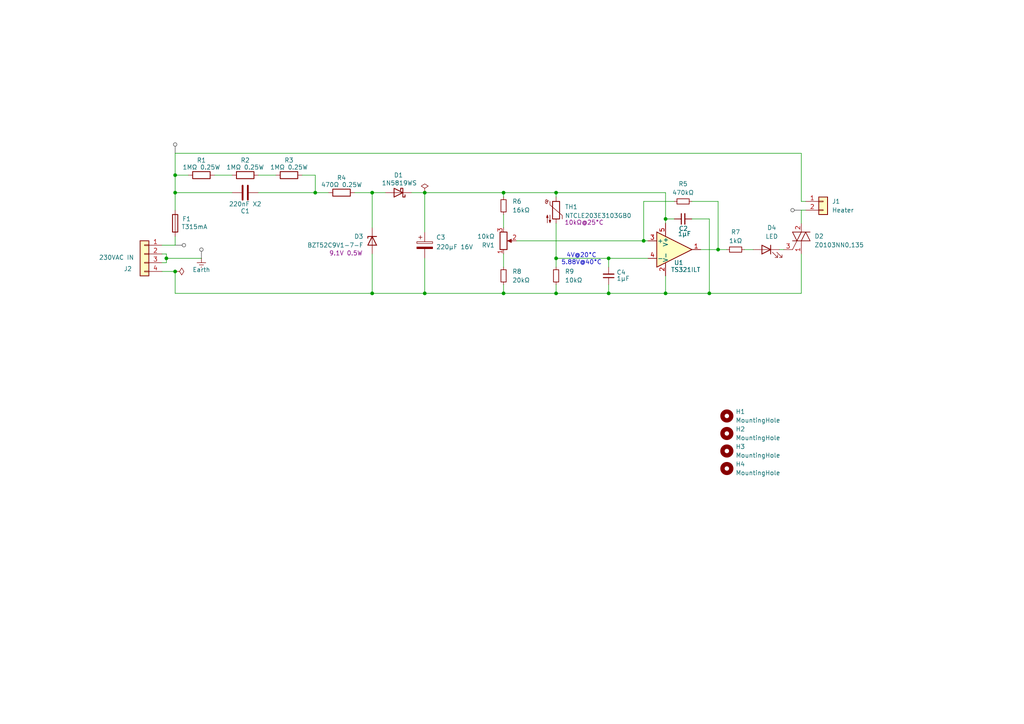
<source format=kicad_sch>
(kicad_sch (version 20231120) (generator "eeschema") (generator_version "8.0")
  (paper "A4")
  (lib_symbols
    (symbol "Connector_Generic:Conn_01x02" (pin_names (offset 1.016) hide)
      (property "Reference" "J" (at 0 2.54 0))
      (property "Value" "Conn_01x02" (at 0 -5.08 0))
      (symbol "Conn_01x02_1_1"
        (rectangle (start -1.27 -2.413) (end 0 -2.667) (stroke (width 0.1524)))
        (rectangle (start -1.27 0.127) (end 0 -0.127) (stroke (width 0.1524)))
        (rectangle (start -1.27 1.27) (end 1.27 -3.81) (stroke (width 0.254)) (fill (type background)))
        (pin passive line (at -5.08 0 0) (length 3.81) (name "Pin_1") (number "1"))
        (pin passive line (at -5.08 -2.54 0) (length 3.81) (name "Pin_2") (number "2"))
      )
    )
    (symbol "Connector_Generic:Conn_01x04" (pin_names (offset 1.016) hide)
      (property "Reference" "J" (at 0 5.08 0))
      (property "Value" "Conn_01x04" (at 0 -7.62 0))
      (symbol "Conn_01x04_1_1"
        (rectangle (start -1.27 -4.953) (end 0 -5.207) (stroke (width 0.1524)))
        (rectangle (start -1.27 -2.413) (end 0 -2.667) (stroke (width 0.1524)))
        (rectangle (start -1.27 0.127) (end 0 -0.127) (stroke (width 0.1524)))
        (rectangle (start -1.27 2.667) (end 0 2.413) (stroke (width 0.1524)))
        (rectangle (start -1.27 3.81) (end 1.27 -6.35) (stroke (width 0.254)) (fill (type background)))
        (pin passive line (at -5.08 2.54 0) (length 3.81) (name "Pin_1") (number "1"))
        (pin passive line (at -5.08 0 0) (length 3.81) (name "Pin_2") (number "2"))
        (pin passive line (at -5.08 -2.54 0) (length 3.81) (name "Pin_3") (number "3"))
        (pin passive line (at -5.08 -5.08 0) (length 3.81) (name "Pin_4") (number "4"))
      )
    )
    (symbol "Device:C" (pin_numbers hide) (pin_names (offset 0.254))
      (property "Reference" "C" (at 0.635 2.54 0))
      (property "Value" "C" (at 0.635 -2.54 0))
      (symbol "C_0_1"
        (polyline (pts (xy -2.032 -0.762) (xy 2.032 -0.762)) (stroke (width 0.508)))
        (polyline (pts (xy -2.032 0.762) (xy 2.032 0.762)) (stroke (width 0.508)))
      )
      (symbol "C_1_1"
        (pin passive line (at 0 3.81 270) (length 2.794) (name "~") (number "1"))
        (pin passive line (at 0 -3.81 90) (length 2.794) (name "~") (number "2"))
      )
    )
    (symbol "Device:C_Polarized" (pin_numbers hide) (pin_names (offset 0.254))
      (property "Reference" "C" (at 0.635 2.54 0))
      (property "Value" "C_Polarized" (at 0.635 -2.54 0))
      (symbol "C_Polarized_0_1"
        (rectangle (start -2.286 0.508) (end 2.286 1.016))
        (polyline (pts (xy -1.778 2.286) (xy -0.762 2.286)))
        (polyline (pts (xy -1.27 2.794) (xy -1.27 1.778)))
        (rectangle (start 2.286 -0.508) (end -2.286 -1.016) (fill (type outline)))
      )
      (symbol "C_Polarized_1_1"
        (pin passive line (at 0 3.81 270) (length 2.794) (name "~") (number "1"))
        (pin passive line (at 0 -3.81 90) (length 2.794) (name "~") (number "2"))
      )
    )
    (symbol "Device:C_Small" (pin_numbers hide) (pin_names (offset 0.254) hide)
      (property "Reference" "C" (at 0.254 1.778 0))
      (property "Value" "C_Small" (at 0.254 -2.032 0))
      (symbol "C_Small_0_1"
        (polyline (pts (xy -1.524 -0.508) (xy 1.524 -0.508)) (stroke (width 0.3302)))
        (polyline (pts (xy -1.524 0.508) (xy 1.524 0.508)) (stroke (width 0.3048)))
      )
      (symbol "C_Small_1_1"
        (pin passive line (at 0 2.54 270) (length 2.032) (name "~") (number "1"))
        (pin passive line (at 0 -2.54 90) (length 2.032) (name "~") (number "2"))
      )
    )
    (symbol "Device:D_Zener" (pin_numbers hide) (pin_names (offset 1.016) hide)
      (property "Reference" "D" (at 0 2.54 0))
      (property "Value" "D_Zener" (at 0 -2.54 0))
      (symbol "D_Zener_0_1"
        (polyline (pts (xy 1.27 0) (xy -1.27 0)))
        (polyline (pts (xy -1.27 -1.27) (xy -1.27 1.27) (xy -0.762 1.27)) (stroke (width 0.254)))
        (polyline (pts (xy 1.27 -1.27) (xy 1.27 1.27) (xy -1.27 0) (xy 1.27 -1.27)) (stroke (width 0.254)))
      )
      (symbol "D_Zener_1_1"
        (pin passive line (at -3.81 0 0) (length 2.54) (name "K") (number "1"))
        (pin passive line (at 3.81 0 180) (length 2.54) (name "A") (number "2"))
      )
    )
    (symbol "Device:Fuse" (pin_numbers hide) (pin_names (offset 0))
      (property "Reference" "F" (at 2.032 0 90))
      (property "Value" "Fuse" (at -1.905 0 90))
      (symbol "Fuse_0_1"
        (rectangle (start -0.762 -2.54) (end 0.762 2.54) (stroke (width 0.254)))
        (polyline (pts (xy 0 2.54) (xy 0 -2.54)))
      )
      (symbol "Fuse_1_1"
        (pin passive line (at 0 3.81 270) (length 1.27) (name "~") (number "1"))
        (pin passive line (at 0 -3.81 90) (length 1.27) (name "~") (number "2"))
      )
    )
    (symbol "Device:LED" (pin_numbers hide) (pin_names (offset 1.016) hide)
      (property "Reference" "D" (at 0 2.54 0))
      (property "Value" "LED" (at 0 -2.54 0))
      (symbol "LED_0_1"
        (polyline (pts (xy -1.27 -1.27) (xy -1.27 1.27)) (stroke (width 0.254)))
        (polyline (pts (xy -1.27 0) (xy 1.27 0)))
        (polyline (pts (xy 1.27 -1.27) (xy 1.27 1.27) (xy -1.27 0) (xy 1.27 -1.27)) (stroke (width 0.254)))
        (polyline (pts (xy -3.048 -0.762) (xy -4.572 -2.286) (xy -3.81 -2.286) (xy -4.572 -2.286) (xy -4.572 -1.524)))
        (polyline (pts (xy -1.778 -0.762) (xy -3.302 -2.286) (xy -2.54 -2.286) (xy -3.302 -2.286) (xy -3.302 -1.524)))
      )
      (symbol "LED_1_1"
        (pin passive line (at -3.81 0 0) (length 2.54) (name "K") (number "1"))
        (pin passive line (at 3.81 0 180) (length 2.54) (name "A") (number "2"))
      )
    )
    (symbol "Device:R" (pin_numbers hide) (pin_names (offset 0))
      (property "Reference" "R" (at 2.032 0 90))
      (property "Value" "R" (at 0 0 90))
      (symbol "R_0_1"
        (rectangle (start -1.016 -2.54) (end 1.016 2.54) (stroke (width 0.254)))
      )
      (symbol "R_1_1"
        (pin passive line (at 0 3.81 270) (length 1.27) (name "~") (number "1"))
        (pin passive line (at 0 -3.81 90) (length 1.27) (name "~") (number "2"))
      )
    )
    (symbol "Device:R_Potentiometer" (pin_names (offset 1.016) hide)
      (property "Reference" "RV" (at -4.445 0 90))
      (property "Value" "R_Potentiometer" (at -2.54 0 90))
      (symbol "R_Potentiometer_0_1"
        (polyline (pts (xy 2.54 0) (xy 1.524 0)))
        (polyline (pts (xy 1.143 0) (xy 2.286 0.508) (xy 2.286 -0.508) (xy 1.143 0)) (fill (type outline)))
        (rectangle (start 1.016 2.54) (end -1.016 -2.54) (stroke (width 0.254)))
      )
      (symbol "R_Potentiometer_1_1"
        (pin passive line (at 0 3.81 270) (length 1.27) (name "1") (number "1"))
        (pin passive line (at 3.81 0 180) (length 1.27) (name "2") (number "2"))
        (pin passive line (at 0 -3.81 90) (length 1.27) (name "3") (number "3"))
      )
    )
    (symbol "Device:R_Small" (pin_numbers hide) (pin_names (offset 0.254) hide)
      (property "Reference" "R" (at 0.762 0.508 0))
      (property "Value" "R_Small" (at 0.762 -1.016 0))
      (symbol "R_Small_0_1"
        (rectangle (start -0.762 1.778) (end 0.762 -1.778) (stroke (width 0.2032)))
      )
      (symbol "R_Small_1_1"
        (pin passive line (at 0 2.54 270) (length 0.762) (name "~") (number "1"))
        (pin passive line (at 0 -2.54 90) (length 0.762) (name "~") (number "2"))
      )
    )
    (symbol "Device:Thermistor_NTC" (pin_numbers hide) (pin_names (offset 0))
      (property "Reference" "TH" (at -4.445 0 90))
      (property "Value" "Thermistor_NTC" (at 3.175 0 90))
      (symbol "Thermistor_NTC_0_1"
        (arc (start -3.048 2.159) (mid -3.0495 2.3143) (end -3.175 2.413))
        (arc (start -3.048 2.159) (mid -2.9736 1.9794) (end -2.794 1.905))
        (arc (start -3.048 2.794) (mid -2.9736 2.6144) (end -2.794 2.54))
        (arc (start -2.794 1.905) (mid -2.6144 1.9794) (end -2.54 2.159))
        (arc (start -2.794 2.54) (mid -2.4393 2.5587) (end -2.159 2.794))
        (arc (start -2.794 3.048) (mid -2.9736 2.9736) (end -3.048 2.794))
        (arc (start -2.54 2.794) (mid -2.6144 2.9736) (end -2.794 3.048))
        (rectangle (start -1.016 2.54) (end 1.016 -2.54) (stroke (width 0.254)))
        (polyline (pts (xy -2.54 2.159) (xy -2.54 2.794)))
        (polyline (pts (xy -1.778 2.54) (xy -1.778 1.524) (xy 1.778 -1.524) (xy 1.778 -2.54)))
        (polyline (pts (xy -2.54 -3.683) (xy -2.54 -1.397) (xy -2.794 -2.159) (xy -2.286 -2.159) (xy -2.54 -1.397) (xy -2.54 -1.651)) (fill (type outline)))
        (polyline (pts (xy -1.778 -1.397) (xy -1.778 -3.683) (xy -2.032 -2.921) (xy -1.524 -2.921) (xy -1.778 -3.683) (xy -1.778 -3.429)) (fill (type outline)))
      )
      (symbol "Thermistor_NTC_1_1"
        (pin passive line (at 0 3.81 270) (length 1.27) (name "~") (number "1"))
        (pin passive line (at 0 -3.81 90) (length 1.27) (name "~") (number "2"))
      )
    )
    (symbol "Mechanical:MountingHole" (pin_names (offset 1.016)) (exclude_from_sim yes) (in_bom no)
      (property "Reference" "H" (at 0 5.08 0))
      (property "Value" "MountingHole" (at 0 3.175 0))
      (symbol "MountingHole_0_1"
        (circle (center 0 0) (radius 1.27) (stroke (width 1.27)))
      )
    )
    (symbol "Retronics_Discrete:1N5819WS" (pin_numbers hide) (pin_names (offset 1.016) hide)
      (property "Reference" "D" (at 0 2.54 0))
      (property "Value" "1N5819WS" (at 0 -2.54 0))
      (symbol "1N5819WS_0_1"
        (polyline (pts (xy 1.27 0) (xy -1.27 0)))
        (polyline (pts (xy 1.27 1.27) (xy 1.27 -1.27) (xy -1.27 0) (xy 1.27 1.27)) (stroke (width 0.254)))
        (polyline (pts (xy -1.905 0.635) (xy -1.905 1.27) (xy -1.27 1.27) (xy -1.27 -1.27) (xy -0.635 -1.27) (xy -0.635 -0.635)) (stroke (width 0.254)))
      )
      (symbol "1N5819WS_1_1"
        (pin passive line (at -3.81 0 0) (length 2.54) (name "K") (number "1"))
        (pin passive line (at 3.81 0 180) (length 2.54) (name "A") (number "2"))
      )
    )
    (symbol "Retronics_Discrete:Triac_Z0103NN0,135" (pin_names (offset 0) hide)
      (property "Reference" "D" (at 3.175 0.635 0))
      (property "Value" "Triac_Z0103NN0,135" (at 3.175 -1.27 0))
      (symbol "Triac_Z0103NN0,135_0_1"
        (polyline (pts (xy -2.54 -1.27) (xy 2.54 -1.27)) (stroke (width 0.2032)))
        (polyline (pts (xy -2.54 1.27) (xy 2.54 1.27)) (stroke (width 0.2032)))
        (polyline (pts (xy -1.905 -2.54) (xy -2.54 -3.81)))
        (polyline (pts (xy -1.905 -2.54) (xy -1.27 -1.27)))
        (polyline (pts (xy 0 -2.54) (xy 0 -1.27)))
        (polyline (pts (xy -2.54 1.27) (xy -1.27 -1.27) (xy 0 1.27)) (stroke (width 0.2032)))
        (polyline (pts (xy 0 -1.27) (xy 1.27 1.27) (xy 2.54 -1.27)) (stroke (width 0.2032)))
      )
      (symbol "Triac_Z0103NN0,135_1_1"
        (pin passive line (at 0 -5.08 90) (length 2.54) (name "T1") (number "1"))
        (pin passive line (at 0 3.81 270) (length 2.54) (name "T2") (number "2"))
        (pin input line (at -5.08 -3.81 0) (length 2.54) (name "G") (number "3"))
        (pin passive line (at 0 3.81 270) (length 2.54) hide (name "T2") (number "4"))
      )
    )
    (symbol "Retronics_IC_Amplifiers:TS321ILT" (pin_names (offset 0.127))
      (property "Reference" "U" (at 0 5.08 0))
      (property "Value" "TS321ILT" (at 0 -5.08 0))
      (symbol "TS321ILT_0_1"
        (polyline (pts (xy -5.08 5.08) (xy 5.08 0) (xy -5.08 -5.08) (xy -5.08 5.08)) (stroke (width 0.254)) (fill (type background)))
        (pin power_in line (at -2.54 -7.62 90) (length 3.81) (name "V-") (number "2"))
        (pin power_in line (at -2.54 7.62 270) (length 3.81) (name "V+") (number "5"))
      )
      (symbol "TS321ILT_1_1"
        (pin output line (at 7.62 0 180) (length 2.54) (name "~") (number "1"))
        (pin input line (at -7.62 2.54 0) (length 2.54) (name "+") (number "3"))
        (pin input line (at -7.62 -2.54 0) (length 2.54) (name "-") (number "4"))
      )
    )
    (symbol "power:Earth" (power) (pin_numbers hide) (pin_names (offset 0) hide)
      (property "Value" "Earth" (at 0 -3.81 0))
      (symbol "Earth_0_1"
        (polyline (pts (xy -0.635 -1.905) (xy 0.635 -1.905)))
        (polyline (pts (xy -0.127 -2.54) (xy 0.127 -2.54)))
        (polyline (pts (xy 0 -1.27) (xy 0 0)))
        (polyline (pts (xy 1.27 -1.27) (xy -1.27 -1.27)))
      )
      (symbol "Earth_1_1"
        (pin power_in line (at 0 0 270) (length 0) (name "~") (number "1"))
      )
    )
    (symbol "power:PWR_FLAG" (power) (pin_numbers hide) (pin_names (offset 0) hide)
      (property "Value" "PWR_FLAG" (at 0 3.81 0))
      (symbol "PWR_FLAG_0_0"
        (pin power_out line (at 0 0 90) (length 0) (name "~") (number "1"))
      )
      (symbol "PWR_FLAG_0_1"
        (polyline (pts (xy 0 0) (xy 0 1.27) (xy -1.016 1.905) (xy 0 2.54) (xy 1.016 1.905) (xy 0 1.27)))
      )
    )
  )
  (junction (at 146.05 55.88))
  (junction (at 176.53 85.09))
  (junction (at 208.28 72.39))
  (junction (at 123.19 85.09))
  (junction (at 48.26 74.93))
  (junction (at 205.74 85.09))
  (junction (at 50.8 55.88))
  (junction (at 193.04 85.09))
  (junction (at 91.44 55.88))
  (junction (at 193.04 63.5))
  (junction (at 161.29 85.09))
  (junction (at 123.19 55.88))
  (junction (at 50.8 78.74))
  (junction (at 176.53 74.93))
  (junction (at 161.29 55.88))
  (junction (at 186.69 69.85))
  (junction (at 107.95 55.88))
  (junction (at 146.05 85.09))
  (junction (at 161.29 74.93))
  (junction (at 107.95 85.09))
  (junction (at 50.8 50.8))
  (wire (pts (xy 176.53 85.09) (xy 193.04 85.09)))
  (wire (pts (xy 107.95 55.88) (xy 111.76 55.88)))
  (wire (pts (xy 208.28 72.39) (xy 210.82 72.39)))
  (wire (pts (xy 215.9 72.39) (xy 218.44 72.39)))
  (wire (pts (xy 232.41 64.77) (xy 232.41 60.96)))
  (wire (pts (xy 161.29 55.88) (xy 193.04 55.88)))
  (wire (pts (xy 107.95 73.66) (xy 107.95 85.09)))
  (wire (pts (xy 232.41 85.09) (xy 232.41 73.66)))
  (wire (pts (xy 46.99 76.2) (xy 48.26 76.2)))
  (wire (pts (xy 146.05 82.55) (xy 146.05 85.09)))
  (wire (pts (xy 50.8 55.88) (xy 67.31 55.88)))
  (wire (pts (xy 161.29 55.88) (xy 161.29 57.15)))
  (wire (pts (xy 232.41 58.42) (xy 233.68 58.42)))
  (wire (pts (xy 123.19 85.09) (xy 146.05 85.09)))
  (wire (pts (xy 50.8 44.45) (xy 232.41 44.45)))
  (wire (pts (xy 205.74 85.09) (xy 232.41 85.09)))
  (wire (pts (xy 50.8 85.09) (xy 107.95 85.09)))
  (wire (pts (xy 146.05 73.66) (xy 146.05 77.47)))
  (wire (pts (xy 102.87 55.88) (xy 107.95 55.88)))
  (wire (pts (xy 46.99 71.12) (xy 50.8 71.12)))
  (wire (pts (xy 226.06 72.39) (xy 227.33 72.39)))
  (wire (pts (xy 232.41 60.96) (xy 233.68 60.96)))
  (wire (pts (xy 146.05 62.23) (xy 146.05 66.04)))
  (wire (pts (xy 176.53 82.55) (xy 176.53 85.09)))
  (wire (pts (xy 50.8 44.45) (xy 50.8 50.8)))
  (wire (pts (xy 146.05 55.88) (xy 161.29 55.88)))
  (wire (pts (xy 208.28 72.39) (xy 203.2 72.39)))
  (wire (pts (xy 176.53 74.93) (xy 176.53 77.47)))
  (wire (pts (xy 186.69 58.42) (xy 195.58 58.42)))
  (wire (pts (xy 50.8 71.12) (xy 50.8 68.58)))
  (wire (pts (xy 193.04 85.09) (xy 205.74 85.09)))
  (wire (pts (xy 50.8 50.8) (xy 54.61 50.8)))
  (wire (pts (xy 146.05 55.88) (xy 146.05 57.15)))
  (wire (pts (xy 91.44 50.8) (xy 87.63 50.8)))
  (wire (pts (xy 193.04 80.01) (xy 193.04 85.09)))
  (wire (pts (xy 74.93 55.88) (xy 91.44 55.88)))
  (wire (pts (xy 62.23 50.8) (xy 67.31 50.8)))
  (wire (pts (xy 50.8 78.74) (xy 50.8 85.09)))
  (wire (pts (xy 161.29 74.93) (xy 161.29 77.47)))
  (wire (pts (xy 74.93 50.8) (xy 80.01 50.8)))
  (wire (pts (xy 186.69 69.85) (xy 186.69 58.42)))
  (wire (pts (xy 123.19 55.88) (xy 146.05 55.88)))
  (wire (pts (xy 46.99 78.74) (xy 50.8 78.74)))
  (wire (pts (xy 200.66 58.42) (xy 208.28 58.42)))
  (wire (pts (xy 161.29 74.93) (xy 176.53 74.93)))
  (wire (pts (xy 149.86 69.85) (xy 186.69 69.85)))
  (wire (pts (xy 48.26 74.93) (xy 48.26 76.2)))
  (wire (pts (xy 232.41 44.45) (xy 232.41 58.42)))
  (wire (pts (xy 205.74 63.5) (xy 200.66 63.5)))
  (wire (pts (xy 193.04 63.5) (xy 195.58 63.5)))
  (wire (pts (xy 123.19 67.31) (xy 123.19 55.88)))
  (wire (pts (xy 91.44 55.88) (xy 91.44 50.8)))
  (wire (pts (xy 161.29 82.55) (xy 161.29 85.09)))
  (wire (pts (xy 50.8 50.8) (xy 50.8 55.88)))
  (wire (pts (xy 48.26 73.66) (xy 48.26 74.93)))
  (wire (pts (xy 48.26 74.93) (xy 58.42 74.93)))
  (wire (pts (xy 107.95 85.09) (xy 123.19 85.09)))
  (wire (pts (xy 161.29 64.77) (xy 161.29 74.93)))
  (wire (pts (xy 46.99 73.66) (xy 48.26 73.66)))
  (wire (pts (xy 176.53 74.93) (xy 187.96 74.93)))
  (wire (pts (xy 208.28 58.42) (xy 208.28 72.39)))
  (wire (pts (xy 161.29 85.09) (xy 176.53 85.09)))
  (wire (pts (xy 107.95 66.04) (xy 107.95 55.88)))
  (wire (pts (xy 161.29 85.09) (xy 146.05 85.09)))
  (wire (pts (xy 193.04 55.88) (xy 193.04 63.5)))
  (wire (pts (xy 193.04 63.5) (xy 193.04 64.77)))
  (wire (pts (xy 205.74 85.09) (xy 205.74 63.5)))
  (wire (pts (xy 91.44 55.88) (xy 95.25 55.88)))
  (wire (pts (xy 186.69 69.85) (xy 187.96 69.85)))
  (wire (pts (xy 50.8 55.88) (xy 50.8 60.96)))
  (wire (pts (xy 123.19 74.93) (xy 123.19 85.09)))
  (wire (pts (xy 123.19 55.88) (xy 119.38 55.88)))
  (text "4V@20°C\n5.88V@40°C" (at 168.656 75.184 0) (effects (font (size 1.27 1.27))))
  (netclass_flag "" (length 2.54) (shape round) (at 50.8 44.45 0) (property "Netclass" "230V" (effects (hide yes))))
  (netclass_flag "" (length 2.54) (shape round) (at 50.8 71.12 270) (property "Netclass" "230V" (effects (hide yes))))
  (netclass_flag "" (length 2.54) (shape round) (at 58.42 74.93 0) (property "Netclass" "Earth" (effects (hide yes))))
  (netclass_flag "" (length 2.54) (shape round) (at 232.41 60.96 90) (property "Netclass" "230V" (effects (hide yes))))
  (symbol (lib_id "Retronics_Discrete:1N5819WS") (at 115.57 55.88 180) (unit 1)
    (property "Reference" "D1" (at 115.57 50.8 0))
    (property "Value" "1N5819WS" (at 115.824 53.086 0))
    (property "Footprint" "Retronics_Discrete:D_SOD-123" (effects (hide yes)))
  )
  (symbol (lib_id "Device:R") (at 83.82 50.8 270) (mirror x) (unit 1)
    (property "Reference" "R3" (at 83.82 46.482 90))
    (property "Value" "1MΩ 0.25W" (at 83.82 48.514 90))
    (property "Footprint" "Retronics_Passives:R_1206_3216Metric_Pad1.30x1.75mm_HandSolder" (effects (hide yes)))
    (property "Description" "Resistor" (effects (hide yes)))
  )
  (symbol (lib_id "power:PWR_FLAG") (at 123.19 55.88 0) (unit 1)
    (property "Reference" "#FLG01" (effects (hide yes)))
    (property "Value" "PWR_FLAG" (effects (hide yes)))
    (property "Description" "Special symbol for telling ERC where power comes from" (effects (hide yes)))
  )
  (symbol (lib_id "Device:C_Polarized") (at 123.19 71.12 0) (unit 1)
    (property "Reference" "C3" (at 126.492 68.834 0) (effects (justify left)))
    (property "Value" "220µF 16V" (at 126.492 71.628 0) (effects (justify left)))
    (property "Footprint" "Capacitor_SMD:CP_Elec_6.3x7.7" (effects (hide yes)))
    (property "Description" "Polarized capacitor" (effects (hide yes)))
  )
  (symbol (lib_id "Retronics_Discrete:Triac_Z0103NN0,135") (at 232.41 68.58 0) (unit 1)
    (property "Reference" "D2" (at 236.22 68.5291 0) (effects (justify left)))
    (property "Value" "Z0103NN0,135" (at 236.22 71.0691 0) (effects (justify left)))
    (property "Footprint" "Package_TO_SOT_SMD:SOT-223" (effects (hide yes)))
  )
  (symbol (lib_id "Device:LED") (at 222.25 72.39 0) (mirror y) (unit 1)
    (property "Reference" "D4" (at 223.8375 66.04 0))
    (property "Value" "LED" (at 223.8375 68.58 0))
    (property "Footprint" "LED_THT:LED_D3.0mm_Horizontal_O1.27mm_Z2.0mm" (effects (hide yes)))
    (property "Description" "Light emitting diode" (effects (hide yes)))
  )
  (symbol (lib_id "Device:C") (at 71.12 55.88 270) (unit 1)
    (property "Reference" "C1" (at 71.12 61.214 90))
    (property "Value" "220nF X2" (at 71.12 59.182 90))
    (property "Footprint" "Capacitor_THT:C_Rect_L18.0mm_W8.0mm_P15.00mm_FKS3_FKP3" (effects (hide yes)))
    (property "Description" "Unpolarized capacitor" (effects (hide yes)))
  )
  (symbol (lib_id "Device:R") (at 58.42 50.8 270) (mirror x) (unit 1)
    (property "Reference" "R1" (at 58.42 46.482 90))
    (property "Value" "1MΩ 0.25W" (at 58.42 48.514 90))
    (property "Footprint" "Retronics_Passives:R_1206_3216Metric_Pad1.30x1.75mm_HandSolder" (effects (hide yes)))
    (property "Description" "Resistor" (effects (hide yes)))
  )
  (symbol (lib_id "Device:R") (at 71.12 50.8 270) (mirror x) (unit 1)
    (property "Reference" "R2" (at 71.12 46.482 90))
    (property "Value" "1MΩ 0.25W" (at 71.12 48.514 90))
    (property "Footprint" "Retronics_Passives:R_1206_3216Metric_Pad1.30x1.75mm_HandSolder" (effects (hide yes)))
    (property "Description" "Resistor" (effects (hide yes)))
  )
  (symbol (lib_id "Device:Fuse") (at 50.8 64.77 180) (unit 1)
    (property "Reference" "F1" (at 55.372 63.5 0) (effects (justify left)))
    (property "Value" "T315mA" (at 60.198 65.786 0) (effects (justify left)))
    (property "Footprint" "Retronics_Protection:Fuse_Littelfuse_372_D8.50mm" (effects (hide yes)))
    (property "Description" "Fuse" (effects (hide yes)))
  )
  (symbol (lib_id "Device:R_Small") (at 146.05 80.01 0) (unit 1)
    (property "Reference" "R8" (at 148.59 78.7399 0) (effects (justify left)))
    (property "Value" "20kΩ" (at 148.59 81.2799 0) (effects (justify left)))
    (property "Footprint" "Retronics_Passives:R_0603_1608Metric_Pad0.98x0.95mm_HandSolder" (effects (hide yes)))
    (property "Description" "Resistor, small symbol" (effects (hide yes)))
  )
  (symbol (lib_id "Device:R_Potentiometer") (at 146.05 69.85 0) (mirror x) (unit 1)
    (property "Reference" "RV1" (at 143.51 71.12 0) (effects (justify right)))
    (property "Value" "10kΩ" (at 143.51 68.58 0) (effects (justify right)))
    (property "Footprint" "Retronics_Passives:Potentiometer_Bourns_PTV09A-2_Single_Horizontal" (effects (hide yes)))
    (property "Comments" "PTV09A-2020F-A203" (effects (hide yes)))
  )
  (symbol (lib_id "power:Earth") (at 58.42 74.93 0) (unit 1)
    (property "Reference" "#PWR01" (effects (hide yes)))
    (property "Value" "Earth" (at 58.42 78.232 0))
    (property "Description" "Power symbol creates a global label with name \"Earth\"" (effects (hide yes)))
  )
  (symbol (lib_id "Mechanical:MountingHole") (at 210.82 120.65 0) (unit 1) (exclude_from_sim yes) (in_bom no)
    (property "Reference" "H1" (at 213.36 119.3799 0) (effects (justify left)))
    (property "Value" "MountingHole" (at 213.36 121.9199 0) (effects (justify left)))
    (property "Footprint" "Retronics_Hardware:MountingHole_3.2mm_M3" (effects (hide yes)))
    (property "Description" "Mounting Hole without connection" (effects (hide yes)))
  )
  (symbol (lib_id "Device:R_Small") (at 161.29 80.01 0) (unit 1)
    (property "Reference" "R9" (at 163.83 78.7399 0) (effects (justify left)))
    (property "Value" "10kΩ" (at 163.83 81.2799 0) (effects (justify left)))
    (property "Footprint" "Retronics_Passives:R_0603_1608Metric_Pad0.98x0.95mm_HandSolder" (effects (hide yes)))
    (property "Description" "Resistor, small symbol" (effects (hide yes)))
  )
  (symbol (lib_id "Mechanical:MountingHole") (at 210.82 130.81 0) (unit 1) (exclude_from_sim yes) (in_bom no)
    (property "Reference" "H3" (at 213.36 129.5399 0) (effects (justify left)))
    (property "Value" "MountingHole" (at 213.36 132.0799 0) (effects (justify left)))
    (property "Footprint" "Retronics_Hardware:MountingHole_3.2mm_M3" (effects (hide yes)))
    (property "Description" "Mounting Hole without connection" (effects (hide yes)))
  )
  (symbol (lib_id "Device:R_Small") (at 198.12 58.42 90) (unit 1)
    (property "Reference" "R5" (at 198.12 53.34 90))
    (property "Value" "470kΩ" (at 198.12 55.88 90))
    (property "Footprint" "Retronics_Passives:R_0603_1608Metric_Pad0.98x0.95mm_HandSolder" (effects (hide yes)))
    (property "Description" "Resistor, small symbol" (effects (hide yes)))
  )
  (symbol (lib_id "Mechanical:MountingHole") (at 210.82 135.89 0) (unit 1) (exclude_from_sim yes) (in_bom no)
    (property "Reference" "H4" (at 213.36 134.6199 0) (effects (justify left)))
    (property "Value" "MountingHole" (at 213.36 137.1599 0) (effects (justify left)))
    (property "Footprint" "Retronics_Hardware:MountingHole_3.2mm_M3" (effects (hide yes)))
    (property "Description" "Mounting Hole without connection" (effects (hide yes)))
  )
  (symbol (lib_id "Device:C_Small") (at 198.12 63.5 90) (unit 1)
    (property "Reference" "C2" (at 196.85 66.294 90) (effects (justify right)))
    (property "Value" "1µF" (at 196.596 67.818 90) (effects (justify right)))
    (property "Footprint" "Retronics_Passives:C_0603_1608Metric_Pad1.08x0.95mm_HandSolder" (effects (hide yes)))
    (property "Description" "Unpolarized capacitor, small symbol" (effects (hide yes)))
  )
  (symbol (lib_id "Device:Thermistor_NTC") (at 161.29 60.96 0) (unit 1)
    (property "Reference" "TH1" (at 163.83 60.0074 0) (effects (justify left)))
    (property "Value" "NTCLE203E3103GB0" (at 163.83 62.5474 0) (effects (justify left)))
    (property "Footprint" "Retronics_Passives:NTCLE203E3103FB0A" (effects (hide yes)))
    (property "Description" "Temperature dependent resistor, negative temperature coefficient" (effects (hide yes)))
    (property "Comments" "10kΩ@25°C" (at 169.418 64.516 0))
  )
  (symbol (lib_id "Device:R_Small") (at 213.36 72.39 90) (unit 1)
    (property "Reference" "R7" (at 213.36 67.31 90))
    (property "Value" "1kΩ" (at 213.36 69.85 90))
    (property "Footprint" "Retronics_Passives:R_0603_1608Metric_Pad0.98x0.95mm_HandSolder" (effects (hide yes)))
    (property "Description" "Resistor, small symbol" (effects (hide yes)))
  )
  (symbol (lib_id "Mechanical:MountingHole") (at 210.82 125.73 0) (unit 1) (exclude_from_sim yes) (in_bom no)
    (property "Reference" "H2" (at 213.36 124.4599 0) (effects (justify left)))
    (property "Value" "MountingHole" (at 213.36 126.9999 0) (effects (justify left)))
    (property "Footprint" "Retronics_Hardware:MountingHole_3.2mm_M3" (effects (hide yes)))
    (property "Description" "Mounting Hole without connection" (effects (hide yes)))
  )
  (symbol (lib_id "Connector_Generic:Conn_01x04") (at 41.91 73.66 0) (mirror y) (unit 1)
    (property "Reference" "J2" (at 37.084 77.978 0))
    (property "Value" "230VAC IN" (at 33.782 74.676 0))
    (property "Footprint" "Retronics_Connectors:Pluggable_DB2ERC-5.08-4P-BK" (effects (hide yes)))
    (property "Description" "Generic connector, single row, 01x04, script generated (kicad-library-utils/schlib/autogen/connector/)" (effects (hide yes)))
  )
  (symbol (lib_id "Connector_Generic:Conn_01x02") (at 238.76 58.42 0) (unit 1)
    (property "Reference" "J1" (at 241.3 58.4199 0) (effects (justify left)))
    (property "Value" "Heater" (at 241.3 60.9599 0) (effects (justify left)))
    (property "Footprint" "Retronics_Connectors:ScrewTerminal_DB128L-5.08-2P-BK-S" (effects (hide yes)))
    (property "Description" "Generic connector, single row, 01x02, script generated (kicad-library-utils/schlib/autogen/connector/)" (effects (hide yes)))
  )
  (symbol (lib_id "Device:R") (at 99.06 55.88 90) (unit 1)
    (property "Reference" "R4" (at 99.06 51.562 90))
    (property "Value" "470Ω 0.25W" (at 99.06 53.594 90))
    (property "Footprint" "Retronics_Passives:R_1206_3216Metric_Pad1.30x1.75mm_HandSolder" (effects (hide yes)))
    (property "Description" "Resistor" (effects (hide yes)))
  )
  (symbol (lib_id "Device:R_Small") (at 146.05 59.69 0) (unit 1)
    (property "Reference" "R6" (at 148.59 58.4199 0) (effects (justify left)))
    (property "Value" "16kΩ" (at 148.59 60.9599 0) (effects (justify left)))
    (property "Footprint" "Retronics_Passives:R_0603_1608Metric_Pad0.98x0.95mm_HandSolder" (effects (hide yes)))
    (property "Description" "Resistor, small symbol" (effects (hide yes)))
  )
  (symbol (lib_id "Retronics_IC_Amplifiers:TS321ILT") (at 195.58 72.39 0) (unit 1)
    (property "Reference" "U1" (at 196.85 76.2 0))
    (property "Value" "TS321ILT" (at 198.882 78.232 0))
    (property "Footprint" "Package_TO_SOT_SMD:SOT-23-5" (effects (hide yes)))
  )
  (symbol (lib_id "Device:D_Zener") (at 107.95 69.85 90) (mirror x) (unit 1)
    (property "Reference" "D3" (at 105.41 68.5799 90) (effects (justify left)))
    (property "Value" "BZT52C9V1-7-F" (at 105.41 71.1199 90) (effects (justify left)))
    (property "Footprint" "Retronics_Discrete:D_SOD-123" (effects (hide yes)))
    (property "Description" "Zener diode" (effects (hide yes)))
    (property "Comments" "9.1V 0.5W" (at 100.33 73.406 90))
  )
  (symbol (lib_id "Device:C_Small") (at 176.53 80.01 180) (unit 1)
    (property "Reference" "C4" (at 178.816 78.994 0) (effects (justify right)))
    (property "Value" "1µF" (at 178.816 80.772 0) (effects (justify right)))
    (property "Footprint" "Retronics_Passives:C_0603_1608Metric_Pad1.08x0.95mm_HandSolder" (effects (hide yes)))
    (property "Description" "Unpolarized capacitor, small symbol" (effects (hide yes)))
  )
  (symbol (lib_id "power:PWR_FLAG") (at 50.8 78.74 270) (unit 1)
    (property "Reference" "#FLG02" (effects (hide yes)))
    (property "Value" "PWR_FLAG" (effects (hide yes)))
    (property "Description" "Special symbol for telling ERC where power comes from" (effects (hide yes)))
  )
)
</source>
